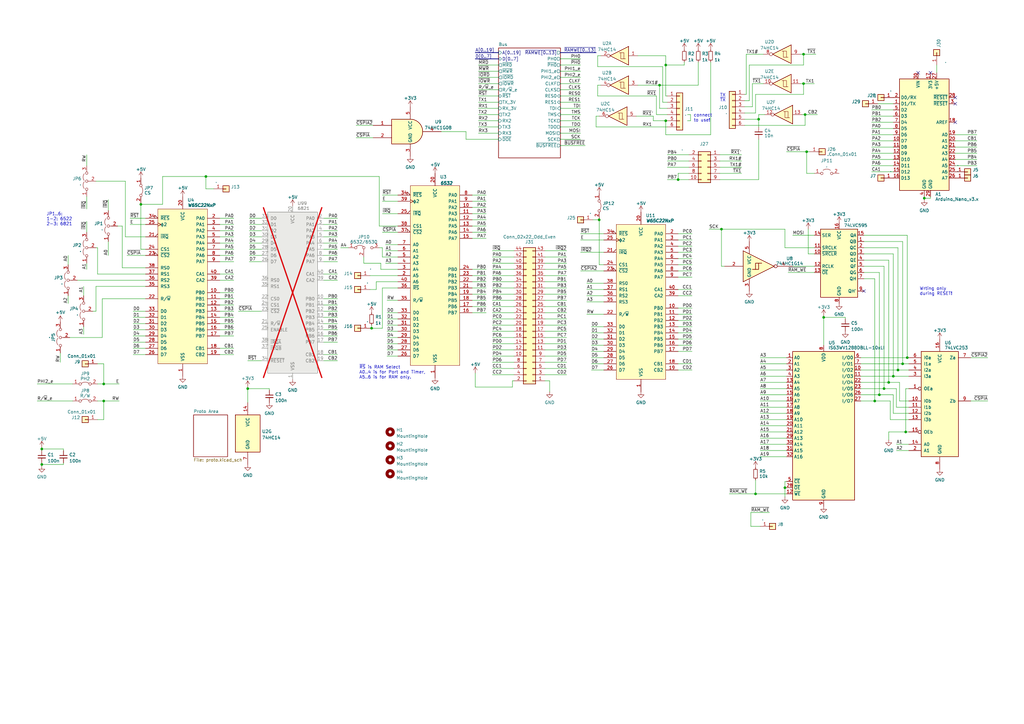
<source format=kicad_sch>
(kicad_sch (version 20230121) (generator eeschema)
  (paper "A3")
  (title_block (title "Unicomp v2 - MOS Multi Parallel Board") (date "2023-07-06") (rev "v1.1") (company "100% Offner") (comment 1 "v1: Initial") (comment 2 "v1.1: ~{DOE} is now ~{CS_ACIA} and ~{CS_ACIA2}, J27-1 is now inverted."))
  (junction (at 329.565 22.225))
  (junction (at 152.4 134.62))
  (junction (at 273.05 26.67))
  (junction (at 372.11 146.685))
  (junction (at 311.15 48.895))
  (junction (at 329.565 34.29))
  (junction (at 101.6 159.385))
  (junction (at 245.745 90.17))
  (junction (at 337.82 130.175))
  (junction (at 370.205 149.225))
  (junction (at 371.475 177.165))
  (junction (at 368.3 151.765))
  (junction (at 42.545 157.48))
  (junction (at 362.585 159.385))
  (junction (at 42.545 164.465))
  (junction (at 360.68 161.925))
  (junction (at 278.13 73.66))
  (junction (at 17.145 184.15))
  (junction (at 273.05 49.53))
  (junction (at 364.49 156.845))
  (junction (at 321.945 200.025))
  (junction (at 57.785 83.82))
  (junction (at 358.775 164.465))
  (junction (at 270.51 34.925))
  (junction (at 309.88 202.565))
  (junction (at 366.395 154.305))
  (junction (at 330.2 46.99))
  (junction (at 17.145 190.5))
  (junction (at 84.455 72.39))
  (junction (at 295.91 93.98))
  (junction (at 379.095 81.28))
  (junction (at 330.835 62.23))
  (no_connect (at 381.635 29.845))
  (no_connect (at 391.795 50.165))
  (no_connect (at 376.555 29.845))
  (no_connect (at 391.795 42.545))
  (no_connect (at 391.795 40.005))
  (no_connect (at 354.33 119.38))
  (wire (pts (xy 331.47 93.98) (xy 331.47 104.14)))
  (wire (pts (xy 353.06 146.685) (xy 372.11 146.685)))
  (wire (pts (xy 132.715 89.535) (xy 138.43 89.535)))
  (wire (pts (xy 357.505 62.865) (xy 366.395 62.865)))
  (wire (pts (xy 194.945 153.035) (xy 194.945 158.75)))
  (wire (pts (xy 158.75 123.19) (xy 163.195 123.19)))
  (wire (pts (xy 35.56 107.95) (xy 35.56 110.49)))
  (wire (pts (xy 26.035 184.15) (xy 26.035 184.785)))
  (wire (pts (xy 245.11 27.305) (xy 245.11 22.86)))
  (wire (pts (xy 334.01 71.12) (xy 330.835 71.12)))
  (wire (pts (xy 139.7 101.6) (xy 142.875 101.6)))
  (wire (pts (xy 309.88 46.355) (xy 309.88 38.735)))
  (wire (pts (xy 278.13 128.905) (xy 283.845 128.905)))
  (wire (pts (xy 196.215 34.29) (xy 204.47 34.29)))
  (wire (pts (xy 278.13 149.225) (xy 283.845 149.225)))
  (wire (pts (xy 311.15 46.99) (xy 311.15 48.895)))
  (wire (pts (xy 155.575 92.71) (xy 155.575 72.39)))
  (wire (pts (xy 295.275 73.66) (xy 311.15 73.66)))
  (wire (pts (xy 53.34 89.535) (xy 59.69 89.535)))
  (wire (pts (xy 84.455 77.47) (xy 84.455 72.39)))
  (wire (pts (xy 223.52 120.65) (xy 232.41 120.65)))
  (wire (pts (xy 229.87 46.99) (xy 238.125 46.99)))
  (wire (pts (xy 51.435 97.155) (xy 59.69 97.155)))
  (wire (pts (xy 278.13 100.965) (xy 283.845 100.965)))
  (bus (pts (xy 229.87 21.59) (xy 244.475 21.59)))
  (wire (pts (xy 391.795 57.785) (xy 400.685 57.785)))
  (wire (pts (xy 223.52 107.95) (xy 232.41 107.95)))
  (wire (pts (xy 311.15 48.895) (xy 305.435 48.895)))
  (wire (pts (xy 240.665 118.745) (xy 247.65 118.745)))
  (wire (pts (xy 158.75 130.81) (xy 163.195 130.81)))
  (wire (pts (xy 311.785 151.765) (xy 322.58 151.765)))
  (wire (pts (xy 337.82 130.175) (xy 337.82 141.605)))
  (wire (pts (xy 281.94 49.53) (xy 283.21 49.53)))
  (wire (pts (xy 273.05 22.86) (xy 273.05 26.67)))
  (wire (pts (xy 353.06 156.845) (xy 364.49 156.845)))
  (wire (pts (xy 278.13 133.985) (xy 283.845 133.985)))
  (wire (pts (xy 372.745 167.005) (xy 367.665 167.005)))
  (wire (pts (xy 201.93 123.19) (xy 210.82 123.19)))
  (wire (pts (xy 102.235 102.235) (xy 107.315 102.235)))
  (wire (pts (xy 280.67 26.67) (xy 273.05 26.67)))
  (wire (pts (xy 156.21 110.49) (xy 156.21 107.95)))
  (wire (pts (xy 398.145 164.465) (xy 405.13 164.465)))
  (wire (pts (xy 366.395 161.925) (xy 366.395 169.545)))
  (wire (pts (xy 27.94 121.285) (xy 27.94 124.46)))
  (wire (pts (xy 295.275 66.04) (xy 304.165 66.04)))
  (wire (pts (xy 193.675 128.27) (xy 199.39 128.27)))
  (wire (pts (xy 223.52 128.27) (xy 232.41 128.27)))
  (wire (pts (xy 52.07 104.775) (xy 59.69 104.775)))
  (wire (pts (xy 372.745 164.465) (xy 368.935 164.465)))
  (wire (pts (xy 201.93 120.65) (xy 210.82 120.65)))
  (wire (pts (xy 311.785 146.685) (xy 322.58 146.685)))
  (wire (pts (xy 132.715 99.695) (xy 138.43 99.695)))
  (wire (pts (xy 372.745 159.385) (xy 371.475 159.385)))
  (wire (pts (xy 193.675 118.11) (xy 199.39 118.11)))
  (wire (pts (xy 242.57 144.145) (xy 247.65 144.145)))
  (wire (pts (xy 66.675 83.82) (xy 57.785 83.82)))
  (wire (pts (xy 330.2 46.99) (xy 328.93 46.99)))
  (wire (pts (xy 372.11 96.52) (xy 372.11 146.685)))
  (wire (pts (xy 261.62 34.925) (xy 270.51 34.925)))
  (wire (pts (xy 223.52 135.89) (xy 232.41 135.89)))
  (wire (pts (xy 357.505 67.945) (xy 366.395 67.945)))
  (wire (pts (xy 391.795 67.945) (xy 400.685 67.945)))
  (wire (pts (xy 158.75 135.89) (xy 163.195 135.89)))
  (wire (pts (xy 283.21 46.99) (xy 283.21 49.53)))
  (wire (pts (xy 357.505 57.785) (xy 366.395 57.785)))
  (wire (pts (xy 201.93 125.73) (xy 210.82 125.73)))
  (wire (pts (xy 54.61 137.795) (xy 59.69 137.795)))
  (wire (pts (xy 229.87 39.37) (xy 238.125 39.37)))
  (wire (pts (xy 379.095 80.645) (xy 379.095 81.28)))
  (wire (pts (xy 17.145 191.135) (xy 17.145 190.5)))
  (wire (pts (xy 295.275 63.5) (xy 304.165 63.5)))
  (wire (pts (xy 273.685 41.91) (xy 271.78 41.91)))
  (wire (pts (xy 54.61 130.175) (xy 59.69 130.175)))
  (wire (pts (xy 201.93 143.51) (xy 210.82 143.51)))
  (wire (pts (xy 306.07 38.735) (xy 305.435 38.735)))
  (wire (pts (xy 17.145 190.5) (xy 26.035 190.5)))
  (wire (pts (xy 330.2 46.99) (xy 335.28 46.99)))
  (wire (pts (xy 368.3 151.765) (xy 372.745 151.765)))
  (wire (pts (xy 354.33 109.22) (xy 362.585 109.22)))
  (wire (pts (xy 223.52 123.19) (xy 232.41 123.19)))
  (wire (pts (xy 307.34 26.67) (xy 329.565 26.67)))
  (wire (pts (xy 223.52 110.49) (xy 232.41 110.49)))
  (wire (pts (xy 357.505 47.625) (xy 366.395 47.625)))
  (wire (pts (xy 353.06 149.225) (xy 370.205 149.225)))
  (wire (pts (xy 39.37 101.6) (xy 40.005 101.6)))
  (wire (pts (xy 132.715 145.415) (xy 138.43 145.415)))
  (wire (pts (xy 278.13 131.445) (xy 283.845 131.445)))
  (wire (pts (xy 193.675 110.49) (xy 199.39 110.49)))
  (wire (pts (xy 278.13 108.585) (xy 283.845 108.585)))
  (wire (pts (xy 158.115 100.33) (xy 163.195 100.33)))
  (wire (pts (xy 295.91 93.98) (xy 295.91 109.22)))
  (wire (pts (xy 229.87 24.13) (xy 238.125 24.13)))
  (wire (pts (xy 267.97 49.53) (xy 273.05 49.53)))
  (wire (pts (xy 278.13 139.065) (xy 283.845 139.065)))
  (wire (pts (xy 278.13 103.505) (xy 283.845 103.505)))
  (wire (pts (xy 379.095 81.28) (xy 381.635 81.28)))
  (wire (pts (xy 40.005 172.085) (xy 42.545 172.085)))
  (wire (pts (xy 323.215 111.76) (xy 334.01 111.76)))
  (wire (pts (xy 372.745 172.085) (xy 365.125 172.085)))
  (wire (pts (xy 229.87 31.75) (xy 238.125 31.75)))
  (wire (pts (xy 132.715 140.335) (xy 138.43 140.335)))
  (wire (pts (xy 84.455 72.39) (xy 66.675 72.39)))
  (wire (pts (xy 372.11 146.685) (xy 372.745 146.685)))
  (wire (pts (xy 90.17 130.175) (xy 95.885 130.175)))
  (wire (pts (xy 278.13 113.665) (xy 283.845 113.665)))
  (wire (pts (xy 353.06 151.765) (xy 368.3 151.765)))
  (wire (pts (xy 360.68 161.925) (xy 366.395 161.925)))
  (wire (pts (xy 245.745 89.535) (xy 245.745 90.17)))
  (wire (pts (xy 158.115 107.95) (xy 163.195 107.95)))
  (wire (pts (xy 313.055 22.225) (xy 306.07 22.225)))
  (wire (pts (xy 370.205 149.225) (xy 372.745 149.225)))
  (wire (pts (xy 196.215 49.53) (xy 204.47 49.53)))
  (wire (pts (xy 39.37 127.635) (xy 39.37 117.475)))
  (wire (pts (xy 311.785 149.225) (xy 322.58 149.225)))
  (wire (pts (xy 156.845 105.41) (xy 156.845 101.6)))
  (wire (pts (xy 102.235 97.155) (xy 107.315 97.155)))
  (wire (pts (xy 51.435 97.155) (xy 51.435 74.295)))
  (wire (pts (xy 210.185 156.21) (xy 210.82 156.21)))
  (wire (pts (xy 321.945 93.98) (xy 295.91 93.98)))
  (wire (pts (xy 97.79 127.635) (xy 107.315 127.635)))
  (wire (pts (xy 273.685 52.07) (xy 244.475 52.07)))
  (wire (pts (xy 201.93 140.97) (xy 210.82 140.97)))
  (wire (pts (xy 229.87 54.61) (xy 238.125 54.61)))
  (wire (pts (xy 191.135 57.15) (xy 204.47 57.15)))
  (wire (pts (xy 360.045 42.545) (xy 366.395 42.545)))
  (wire (pts (xy 158.75 143.51) (xy 163.195 143.51)))
  (wire (pts (xy 152.4 134.62) (xy 156.845 134.62)))
  (wire (pts (xy 35.56 63.5) (xy 35.56 67.945)))
  (wire (pts (xy 90.17 135.255) (xy 95.885 135.255)))
  (wire (pts (xy 311.785 156.845) (xy 322.58 156.845)))
  (wire (pts (xy 193.675 113.03) (xy 199.39 113.03)))
  (wire (pts (xy 238.125 103.505) (xy 247.65 103.505)))
  (wire (pts (xy 132.715 130.175) (xy 138.43 130.175)))
  (wire (pts (xy 132.715 127.635) (xy 138.43 127.635)))
  (wire (pts (xy 201.93 153.67) (xy 210.82 153.67)))
  (wire (pts (xy 102.235 107.315) (xy 107.315 107.315)))
  (wire (pts (xy 90.17 94.615) (xy 95.885 94.615)))
  (wire (pts (xy 54.61 127.635) (xy 59.69 127.635)))
  (wire (pts (xy 308.61 43.815) (xy 305.435 43.815)))
  (wire (pts (xy 306.07 22.225) (xy 306.07 38.735)))
  (wire (pts (xy 353.06 161.925) (xy 360.68 161.925)))
  (wire (pts (xy 271.78 41.91) (xy 271.78 27.305)))
  (wire (pts (xy 278.13 126.365) (xy 283.845 126.365)))
  (wire (pts (xy 309.88 38.735) (xy 329.565 38.735)))
  (wire (pts (xy 193.675 125.73) (xy 199.39 125.73)))
  (wire (pts (xy 245.745 108.585) (xy 245.745 90.17)))
  (wire (pts (xy 278.13 95.885) (xy 283.845 95.885)))
  (wire (pts (xy 102.235 99.695) (xy 107.315 99.695)))
  (wire (pts (xy 329.565 34.29) (xy 334.01 34.29)))
  (wire (pts (xy 311.15 73.66) (xy 311.15 57.15)))
  (wire (pts (xy 156.845 118.11) (xy 156.845 134.62)))
  (wire (pts (xy 223.52 143.51) (xy 232.41 143.51)))
  (wire (pts (xy 196.215 44.45) (xy 204.47 44.45)))
  (wire (pts (xy 269.24 39.37) (xy 245.11 39.37)))
  (wire (pts (xy 40.005 101.6) (xy 40.005 112.395)))
  (wire (pts (xy 201.93 135.89) (xy 210.82 135.89)))
  (wire (pts (xy 193.675 87.63) (xy 199.39 87.63)))
  (wire (pts (xy 358.775 164.465) (xy 365.125 164.465)))
  (wire (pts (xy 260.985 47.625) (xy 267.97 47.625)))
  (wire (pts (xy 311.785 161.925) (xy 322.58 161.925)))
  (wire (pts (xy 305.435 46.355) (xy 309.88 46.355)))
  (wire (pts (xy 311.785 174.625) (xy 322.58 174.625)))
  (wire (pts (xy 196.215 54.61) (xy 204.47 54.61)))
  (wire (pts (xy 242.57 133.985) (xy 247.65 133.985)))
  (wire (pts (xy 278.13 136.525) (xy 283.845 136.525)))
  (wire (pts (xy 201.93 115.57) (xy 210.82 115.57)))
  (wire (pts (xy 311.785 169.545) (xy 322.58 169.545)))
  (wire (pts (xy 50.165 109.855) (xy 59.69 109.855)))
  (wire (pts (xy 278.13 71.12) (xy 278.13 73.66)))
  (wire (pts (xy 245.11 22.86) (xy 246.38 22.86)))
  (wire (pts (xy 307.975 215.9) (xy 307.975 210.185)))
  (wire (pts (xy 193.675 80.01) (xy 199.39 80.01)))
  (wire (pts (xy 17.145 183.515) (xy 17.145 184.15)))
  (wire (pts (xy 311.15 48.895) (xy 311.15 52.07)))
  (wire (pts (xy 54.61 140.335) (xy 59.69 140.335)))
  (wire (pts (xy 132.715 122.555) (xy 138.43 122.555)))
  (wire (pts (xy 90.17 122.555) (xy 95.885 122.555)))
  (wire (pts (xy 102.235 89.535) (xy 107.315 89.535)))
  (wire (pts (xy 307.34 41.275) (xy 307.34 26.67)))
  (wire (pts (xy 286.385 34.925) (xy 270.51 34.925)))
  (wire (pts (xy 156.845 82.55) (xy 163.195 82.55)))
  (wire (pts (xy 151.765 118.745) (xy 154.305 118.745)))
  (wire (pts (xy 360.68 111.76) (xy 360.68 161.925)))
  (wire (pts (xy 273.05 39.37) (xy 273.685 39.37)))
  (wire (pts (xy 270.51 34.925) (xy 270.51 44.45)))
  (wire (pts (xy 193.675 115.57) (xy 199.39 115.57)))
  (wire (pts (xy 367.665 167.005) (xy 367.665 159.385)))
  (wire (pts (xy 337.82 129.54) (xy 337.82 130.175)))
  (wire (pts (xy 90.17 102.235) (xy 95.885 102.235)))
  (wire (pts (xy 149.225 107.95) (xy 149.225 105.41)))
  (wire (pts (xy 311.785 187.325) (xy 322.58 187.325)))
  (wire (pts (xy 308.61 34.29) (xy 308.61 43.815)))
  (wire (pts (xy 371.475 159.385) (xy 371.475 177.165)))
  (wire (pts (xy 278.13 144.145) (xy 283.845 144.145)))
  (wire (pts (xy 329.565 22.225) (xy 328.295 22.225)))
  (wire (pts (xy 240.665 116.205) (xy 247.65 116.205)))
  (wire (pts (xy 50.165 92.71) (xy 48.26 92.71)))
  (wire (pts (xy 156.845 80.01) (xy 163.195 80.01)))
  (wire (pts (xy 311.785 184.785) (xy 322.58 184.785)))
  (wire (pts (xy 311.785 172.085) (xy 322.58 172.085)))
  (wire (pts (xy 196.215 36.83) (xy 204.47 36.83)))
  (wire (pts (xy 156.845 95.25) (xy 163.195 95.25)))
  (wire (pts (xy 158.75 140.97) (xy 163.195 140.97)))
  (wire (pts (xy 90.17 120.015) (xy 95.885 120.015)))
  (wire (pts (xy 223.52 133.35) (xy 232.41 133.35)))
  (wire (pts (xy 201.93 133.35) (xy 210.82 133.35)))
  (wire (pts (xy 229.87 29.21) (xy 238.125 29.21)))
  (wire (pts (xy 132.715 92.075) (xy 138.43 92.075)))
  (wire (pts (xy 365.125 172.085) (xy 365.125 164.465)))
  (wire (pts (xy 201.93 107.95) (xy 210.82 107.95)))
  (wire (pts (xy 391.795 55.245) (xy 400.685 55.245)))
  (wire (pts (xy 44.45 99.06) (xy 44.45 104.775)))
  (wire (pts (xy 158.75 138.43) (xy 163.195 138.43)))
  (wire (pts (xy 304.165 68.58) (xy 295.275 68.58)))
  (wire (pts (xy 297.18 109.22) (xy 295.91 109.22)))
  (bus (pts (xy 204.47 21.59) (xy 194.945 21.59)))
  (wire (pts (xy 90.17 132.715) (xy 95.885 132.715)))
  (wire (pts (xy 242.57 141.605) (xy 247.65 141.605)))
  (wire (pts (xy 156.845 118.11) (xy 163.195 118.11)))
  (wire (pts (xy 156.845 87.63) (xy 163.195 87.63)))
  (wire (pts (xy 321.945 200.025) (xy 321.945 203.835)))
  (wire (pts (xy 330.835 71.12) (xy 330.835 62.23)))
  (wire (pts (xy 242.57 136.525) (xy 247.65 136.525)))
  (wire (pts (xy 242.57 151.765) (xy 247.65 151.765)))
  (wire (pts (xy 370.205 99.06) (xy 370.205 149.225)))
  (wire (pts (xy 54.61 142.875) (xy 59.69 142.875)))
  (wire (pts (xy 90.17 125.095) (xy 95.885 125.095)))
  (wire (pts (xy 201.93 130.81) (xy 210.82 130.81)))
  (wire (pts (xy 364.49 156.845) (xy 368.935 156.845)))
  (wire (pts (xy 282.575 71.12) (xy 278.13 71.12)))
  (wire (pts (xy 50.165 109.855) (xy 50.165 92.71)))
  (wire (pts (xy 354.33 114.3) (xy 358.775 114.3)))
  (wire (pts (xy 223.52 138.43) (xy 232.41 138.43)))
  (wire (pts (xy 201.93 148.59) (xy 210.82 148.59)))
  (wire (pts (xy 291.465 55.245) (xy 273.05 55.245)))
  (wire (pts (xy 28.575 138.43) (xy 41.91 138.43)))
  (wire (pts (xy 278.13 111.125) (xy 283.845 111.125)))
  (wire (pts (xy 309.88 202.565) (xy 322.58 202.565)))
  (wire (pts (xy 358.775 114.3) (xy 358.775 164.465)))
  (wire (pts (xy 311.785 167.005) (xy 322.58 167.005)))
  (wire (pts (xy 240.665 128.905) (xy 247.65 128.905)))
  (wire (pts (xy 229.87 52.07) (xy 238.125 52.07)))
  (wire (pts (xy 223.52 140.97) (xy 232.41 140.97)))
  (wire (pts (xy 245.11 39.37) (xy 245.11 34.925)))
  (wire (pts (xy 153.035 56.515) (xy 146.05 56.515)))
  (wire (pts (xy 244.475 52.07) (xy 244.475 47.625)))
  (wire (pts (xy 330.2 51.435) (xy 330.2 46.99)))
  (wire (pts (xy 309.88 196.85) (xy 309.88 202.565)))
  (wire (pts (xy 54.61 145.415) (xy 59.69 145.415)))
  (wire (pts (xy 24.765 144.78) (xy 24.765 148.59)))
  (wire (pts (xy 223.52 148.59) (xy 232.41 148.59)))
  (wire (pts (xy 229.87 36.83) (xy 238.125 36.83)))
  (wire (pts (xy 90.17 114.935) (xy 95.885 114.935)))
  (wire (pts (xy 156.845 101.6) (xy 155.575 101.6)))
  (wire (pts (xy 354.33 111.76) (xy 360.68 111.76)))
  (wire (pts (xy 223.52 102.87) (xy 232.41 102.87)))
  (wire (pts (xy 354.33 104.14) (xy 366.395 104.14)))
  (wire (pts (xy 371.475 177.165) (xy 372.745 177.165)))
  (wire (pts (xy 240.665 121.285) (xy 247.65 121.285)))
  (wire (pts (xy 366.395 169.545) (xy 372.745 169.545)))
  (wire (pts (xy 311.785 215.9) (xy 307.975 215.9)))
  (wire (pts (xy 357.505 60.325) (xy 366.395 60.325)))
  (wire (pts (xy 90.17 145.415) (xy 95.885 145.415)))
  (wire (pts (xy 364.49 177.165) (xy 371.475 177.165)))
  (wire (pts (xy 196.215 39.37) (xy 204.47 39.37)))
  (wire (pts (xy 132.715 137.795) (xy 138.43 137.795)))
  (wire (pts (xy 42.545 172.085) (xy 42.545 164.465)))
  (wire (pts (xy 90.17 112.395) (xy 95.885 112.395)))
  (wire (pts (xy 42.545 157.48) (xy 40.005 157.48)))
  (wire (pts (xy 54.61 132.715) (xy 59.69 132.715)))
  (wire (pts (xy 101.6 158.75) (xy 101.6 159.385)))
  (wire (pts (xy 384.175 26.67) (xy 384.175 29.845)))
  (wire (pts (xy 229.87 44.45) (xy 238.125 44.45)))
  (wire (pts (xy 321.945 101.6) (xy 334.01 101.6)))
  (wire (pts (xy 364.49 177.165) (xy 364.49 180.34)))
  (wire (pts (xy 313.055 34.29) (xy 308.61 34.29)))
  (wire (pts (xy 311.785 177.165) (xy 322.58 177.165)))
  (wire (pts (xy 132.715 97.155) (xy 138.43 97.155)))
  (wire (pts (xy 321.945 93.98) (xy 321.945 101.6)))
  (wire (pts (xy 201.93 151.13) (xy 210.82 151.13)))
  (wire (pts (xy 193.675 85.09) (xy 199.39 85.09)))
  (wire (pts (xy 223.52 146.05) (xy 232.41 146.05)))
  (wire (pts (xy 367.665 182.245) (xy 372.745 182.245)))
  (wire (pts (xy 223.52 113.03) (xy 232.41 113.03)))
  (wire (pts (xy 193.675 92.71) (xy 199.39 92.71)))
  (wire (pts (xy 362.585 109.22) (xy 362.585 159.385)))
  (wire (pts (xy 305.435 41.275) (xy 307.34 41.275)))
  (wire (pts (xy 311.785 179.705) (xy 322.58 179.705)))
  (wire (pts (xy 278.13 118.745) (xy 283.845 118.745)))
  (wire (pts (xy 40.005 112.395) (xy 59.69 112.395)))
  (wire (pts (xy 180.975 53.975) (xy 191.135 53.975)))
  (wire (pts (xy 26.035 189.865) (xy 26.035 190.5)))
  (wire (pts (xy 31.75 114.935) (xy 59.69 114.935)))
  (wire (pts (xy 44.45 81.915) (xy 44.45 86.36)))
  (wire (pts (xy 229.87 57.15) (xy 238.125 57.15)))
  (wire (pts (xy 201.93 113.03) (xy 210.82 113.03)))
  (wire (pts (xy 90.17 104.775) (xy 95.885 104.775)))
  (wire (pts (xy 357.505 65.405) (xy 366.395 65.405)))
  (wire (pts (xy 193.675 97.79) (xy 199.39 97.79)))
  (wire (pts (xy 42.545 164.465) (xy 48.895 164.465)))
  (wire (pts (xy 269.24 46.99) (xy 269.24 39.37)))
  (wire (pts (xy 132.715 94.615) (xy 138.43 94.615)))
  (wire (pts (xy 242.57 146.685) (xy 247.65 146.685)))
  (wire (pts (xy 273.05 26.67) (xy 273.05 39.37)))
  (wire (pts (xy 196.215 31.75) (xy 204.47 31.75)))
  (wire (pts (xy 201.93 138.43) (xy 210.82 138.43)))
  (wire (pts (xy 27.94 104.775) (xy 27.94 108.585)))
  (wire (pts (xy 290.83 93.98) (xy 295.91 93.98)))
  (wire (pts (xy 42.545 157.48) (xy 48.895 157.48)))
  (wire (pts (xy 398.145 146.685) (xy 405.13 146.685)))
  (wire (pts (xy 286.385 25.4) (xy 286.385 34.925)))
  (wire (pts (xy 41.91 122.555) (xy 59.69 122.555)))
  (wire (pts (xy 223.52 118.11) (xy 232.41 118.11)))
  (wire (pts (xy 322.58 62.23) (xy 330.835 62.23)))
  (wire (pts (xy 366.395 104.14) (xy 366.395 154.305)))
  (wire (pts (xy 353.06 154.305) (xy 366.395 154.305)))
  (wire (pts (xy 223.52 153.67) (xy 232.41 153.67)))
  (wire (pts (xy 158.75 146.05) (xy 163.195 146.05)))
  (wire (pts (xy 34.29 133.985) (xy 34.29 137.16)))
  (wire (pts (xy 229.87 41.91) (xy 238.125 41.91)))
  (wire (pts (xy 54.61 135.255) (xy 59.69 135.255)))
  (wire (pts (xy 196.215 46.99) (xy 204.47 46.99)))
  (wire (pts (xy 261.62 22.86) (xy 273.05 22.86)))
  (wire (pts (xy 357.505 52.705) (xy 366.395 52.705)))
  (wire (pts (xy 102.235 92.075) (xy 107.315 92.075)))
  (wire (pts (xy 247.65 108.585) (xy 245.745 108.585)))
  (wire (pts (xy 325.12 96.52) (xy 334.01 96.52)))
  (wire (pts (xy 90.17 99.695) (xy 95.885 99.695)))
  (wire (pts (xy 368.935 164.465) (xy 368.935 156.845)))
  (wire (pts (xy 346.71 130.175) (xy 346.71 130.81)))
  (wire (pts (xy 278.13 141.605) (xy 283.845 141.605)))
  (wire (pts (xy 42.545 164.465) (xy 40.005 164.465)))
  (wire (pts (xy 196.215 41.91) (xy 204.47 41.91)))
  (wire (pts (xy 278.13 73.66) (xy 282.575 73.66)))
  (wire (pts (xy 223.52 151.13) (xy 232.41 151.13)))
  (wire (pts (xy 379.095 81.28) (xy 379.095 81.915)))
  (wire (pts (xy 243.205 90.17) (xy 245.745 90.17)))
  (wire (pts (xy 17.145 184.15) (xy 17.145 184.785)))
  (wire (pts (xy 273.05 49.53) (xy 273.685 49.53)))
  (wire (pts (xy 273.05 55.245) (xy 273.05 49.53)))
  (wire (pts (xy 151.765 113.03) (xy 163.195 113.03)))
  (wire (pts (xy 154.305 115.57) (xy 163.195 115.57)))
  (wire (pts (xy 238.125 111.125) (xy 247.65 111.125)))
  (wire (pts (xy 273.685 63.5) (xy 282.575 63.5)))
  (wire (pts (xy 357.505 70.485) (xy 366.395 70.485)))
  (wire (pts (xy 229.87 59.69) (xy 240.03 59.69)))
  (wire (pts (xy 238.125 98.425) (xy 247.65 98.425)))
  (wire (pts (xy 90.17 142.875) (xy 95.885 142.875)))
  (wire (pts (xy 196.215 26.67) (xy 204.47 26.67)))
  (wire (pts (xy 307.975 210.185) (xy 315.595 210.185)))
  (wire (pts (xy 156.21 110.49) (xy 163.195 110.49)))
  (wire (pts (xy 201.93 102.87) (xy 210.82 102.87)))
  (wire (pts (xy 132.715 147.955) (xy 138.43 147.955)))
  (wire (pts (xy 132.715 112.395) (xy 138.43 112.395)))
  (wire (pts (xy 196.215 29.21) (xy 204.47 29.21)))
  (wire (pts (xy 41.91 122.555) (xy 41.91 138.43)))
  (wire (pts (xy 42.545 149.225) (xy 42.545 157.48)))
  (wire (pts (xy 101.6 159.385) (xy 101.6 165.1)))
  (wire (pts (xy 132.715 104.775) (xy 138.43 104.775)))
  (wire (pts (xy 305.435 51.435) (xy 330.2 51.435)))
  (wire (pts (xy 193.675 120.65) (xy 199.39 120.65)))
  (wire (pts (xy 311.785 159.385) (xy 322.58 159.385)))
  (wire (pts (xy 273.685 73.66) (xy 278.13 73.66)))
  (wire (pts (xy 201.93 105.41) (xy 210.82 105.41)))
  (wire (pts (xy 271.78 27.305) (xy 245.11 27.305)))
  (wire (pts (xy 357.505 45.085) (xy 366.395 45.085)))
  (wire (pts (xy 210.185 156.21) (xy 210.185 158.75)))
  (wire (pts (xy 155.575 92.71) (xy 163.195 92.71)))
  (wire (pts (xy 132.715 135.255) (xy 138.43 135.255)))
  (wire (pts (xy 321.945 200.025) (xy 322.58 200.025)))
  (wire (pts (xy 132.715 114.935) (xy 138.43 114.935)))
  (wire (pts (xy 102.235 104.775) (xy 107.315 104.775)))
  (wire (pts (xy 57.785 83.185) (xy 57.785 83.82)))
  (wire (pts (xy 311.785 182.245) (xy 322.58 182.245)))
  (wire (pts (xy 278.13 151.765) (xy 283.845 151.765)))
  (wire (pts (xy 223.52 130.81) (xy 232.41 130.81)))
  (wire (pts (xy 84.455 72.39) (xy 155.575 72.39)))
  (wire (pts (xy 151.765 134.62) (xy 152.4 134.62)))
  (wire (pts (xy 153.035 51.435) (xy 146.05 51.435)))
  (wire (pts (xy 53.34 92.075) (xy 59.69 92.075)))
  (wire (pts (xy 154.305 118.745) (xy 154.305 115.57)))
  (wire (pts (xy 152.4 133.35) (xy 152.4 134.62)))
  (wire (pts (xy 156.845 105.41) (xy 163.195 105.41)))
  (wire (pts (xy 90.17 137.795) (xy 95.885 137.795)))
  (wire (pts (xy 311.785 164.465) (xy 322.58 164.465)))
  (wire (pts (xy 223.52 115.57) (xy 232.41 115.57)))
  (wire (pts (xy 321.945 197.485) (xy 321.945 200.025)))
  (wire (pts (xy 267.97 47.625) (xy 267.97 49.53)))
  (wire (pts (xy 15.24 164.465) (xy 29.845 164.465)))
  (wire (pts (xy 90.17 92.075) (xy 95.885 92.075)))
  (wire (pts (xy 381.635 81.28) (xy 381.635 80.645)))
  (wire (pts (xy 110.49 159.385) (xy 110.49 160.02)))
  (wire (pts (xy 90.17 97.155) (xy 95.885 97.155)))
  (wire (pts (xy 40.005 149.225) (xy 42.545 149.225)))
  (wire (pts (xy 280.67 25.4) (xy 280.67 26.67)))
  (wire (pts (xy 90.17 107.315) (xy 95.885 107.315)))
  (wire (pts (xy 291.465 25.4) (xy 291.465 55.245)))
  (wire (pts (xy 311.785 154.305) (xy 322.58 154.305)))
  (wire (pts (xy 201.93 146.05) (xy 210.82 146.05)))
  (wire (pts (xy 238.125 95.885) (xy 247.65 95.885)))
  (wire (pts (xy 353.06 164.465) (xy 358.775 164.465)))
  (wire (pts (xy 367.665 184.785) (xy 372.745 184.785)))
  (wire (pts (xy 273.685 68.58) (xy 282.575 68.58)))
  (wire (pts (xy 330.835 62.23) (xy 332.105 62.23)))
  (wire (pts (xy 313.69 46.99) (xy 311.15 46.99)))
  (wire (pts (xy 295.275 71.12) (xy 304.165 71.12)))
  (wire (pts (xy 242.57 139.065) (xy 247.65 139.065)))
  (wire (pts (xy 331.47 104.14) (xy 334.01 104.14)))
  (wire (pts (xy 194.945 158.75) (xy 210.185 158.75)))
  (wire (pts (xy 273.685 46.99) (xy 269.24 46.99)))
  (wire (pts (xy 59.69 102.235) (xy 57.785 102.235)))
  (wire (pts (xy 245.11 34.925) (xy 246.38 34.925)))
  (wire (pts (xy 391.795 65.405) (xy 400.685 65.405)))
  (wire (pts (xy 357.505 50.165) (xy 366.395 50.165)))
  (wire (pts (xy 193.675 123.19) (xy 199.39 123.19)))
  (wire (pts (xy 229.87 26.67) (xy 238.125 26.67)))
  (wire (pts (xy 225.425 156.21) (xy 225.425 160.655)))
  (wire (pts (xy 273.685 66.04) (xy 282.575 66.04)))
  (wire (pts (xy 101.6 159.385) (xy 110.49 159.385)))
  (wire (pts (xy 101.6 147.955) (xy 107.315 147.955)))
  (wire (pts (xy 278.13 121.285) (xy 283.845 121.285)))
  (bus (pts (xy 204.47 24.13) (xy 194.945 24.13)))
  (wire (pts (xy 102.235 94.615) (xy 107.315 94.615)))
  (wire (pts (xy 299.085 202.565) (xy 309.88 202.565)))
  (wire (pts (xy 38.1 127.635) (xy 39.37 127.635)))
  (wire (pts (xy 201.93 110.49) (xy 210.82 110.49)))
  (wire (pts (xy 366.395 154.305) (xy 372.745 154.305)))
  (wire (pts (xy 354.33 101.6) (xy 368.3 101.6)))
  (wire (pts (xy 156.21 107.95) (xy 149.225 107.95)))
  (wire (pts (xy 223.52 156.21) (xy 225.425 156.21)))
  (wire (pts (xy 281.94 46.99) (xy 283.21 46.99)))
  (wire (pts (xy 132.715 102.235) (xy 138.43 102.235)))
  (wire (pts (xy 337.82 130.175) (xy 346.71 130.175)))
  (wire (pts (xy 90.17 89.535) (xy 95.885 89.535)))
  (wire (pts (xy 87.63 77.47) (xy 84.455 77.47)))
  (wire (pts (xy 240.665 123.825) (xy 247.65 123.825)))
  (wire (pts (xy 201.93 128.27) (xy 210.82 128.27)))
  (wire (pts (xy 229.87 49.53) (xy 238.125 49.53)))
  (wire (pts (xy 364.49 106.68) (xy 364.49 156.845)))
  (wire (pts (xy 34.29 117.475) (xy 34.29 121.285)))
  (wire (pts (xy 229.87 34.29) (xy 238.125 34.29)))
  (wire (pts (xy 329.565 34.29) (xy 328.295 34.29)))
  (wire (pts (xy 17.145 190.5) (xy 17.145 189.865)))
  (wire (pts (xy 368.3 101.6) (xy 368.3 151.765)))
  (wire (pts (xy 191.135 53.975) (xy 191.135 57.15)))
  (wire (pts (xy 362.585 159.385) (xy 367.665 159.385)))
  (wire (pts (xy 353.06 159.385) (xy 362.585 159.385)))
  (wire (pts (xy 17.145 184.15) (xy 26.035 184.15)))
  (wire (pts (xy 391.795 62.865) (xy 400.685 62.865)))
  (wire (pts (xy 51.435 74.295) (xy 39.37 74.295)))
  (wire (pts (xy 223.52 105.41) (xy 232.41 105.41)))
  (wire (pts (xy 354.33 106.68) (xy 364.49 106.68)))
  (wire (pts (xy 354.33 99.06) (xy 370.205 99.06)))
  (wire (pts (xy 223.52 125.73) (xy 232.41 125.73)))
  (wire (pts (xy 193.675 90.17) (xy 199.39 90.17)))
  (wire (pts (xy 158.75 133.35) (xy 163.195 133.35)))
  (wire (pts (xy 391.795 60.325) (xy 400.685 60.325)))
  (wire (pts (xy 329.565 38.735) (xy 329.565 34.29)))
  (wire (pts (xy 196.215 52.07) (xy 204.47 52.07)))
  (wire (pts (xy 39.37 117.475) (xy 59.69 117.475)))
  (wire (pts (xy 132.715 125.095) (xy 138.43 125.095)))
  (wire (pts (xy 244.475 47.625) (xy 245.745 47.625)))
  (wire (pts (xy 201.93 118.11) (xy 210.82 118.11)))
  (wire (pts (xy 354.33 96.52) (xy 372.11 96.52)))
  (wire (pts (xy 193.675 95.25) (xy 199.39 95.25)))
  (wire (pts (xy 242.57 149.225) (xy 247.65 149.225)))
  (wire (pts (xy 132.715 132.715) (xy 138.43 132.715)))
  (wire (pts (xy 57.785 102.235) (xy 57.785 83.82)))
  (wire (pts (xy 132.715 107.315) (xy 138.43 107.315)))
  (wire (pts (xy 278.13 98.425) (xy 283.845 98.425)))
  (wire (pts (xy 66.675 72.39) (xy 66.675 83.82)))
  (wire (pts (xy 193.675 82.55) (xy 199.39 82.55)))
  (wire (pts (xy 15.24 157.48) (xy 29.845 157.48)))
  (wire (pts (xy 329.565 22.225) (xy 334.645 22.225)))
  (wire (pts (xy 325.12 109.22) (xy 334.01 109.22)))
  (wire (pts (xy 158.115 102.87) (xy 163.195 102.87)))
  (wire (pts (xy 35.56 90.805) (xy 35.56 95.25)))
  (wire (pts (xy 278.13 106.045) (xy 283.845 106.045)))
  (wire (pts (xy 270.51 44.45) (xy 273.685 44.45)))
  (wire (pts (xy 357.505 55.245) (xy 366.395 55.245)))
  (wire (pts (xy 35.56 80.645) (xy 35.56 85.725)))
  (wire (pts (xy 90.17 127.635) (xy 95.885 127.635)))
  (wire (pts (xy 321.945 197.485) (xy 322.58 197.485)))
  (wire (pts (xy 329.565 26.67) (xy 329.565 22.225)))
  (wire (pts (xy 158.75 128.27) (xy 163.195 128.27)))
  (text "Wrting only\nduring RESET!" (at 377.19 121.285 0) (effects (font (size 1.27 1.27)) (justify left bottom)))
  (text "connect\nto use!" (at 284.48 50.165 0) (effects (font (size 1.27 1.27)) (justify left bottom)))
  (text "~{RS} is RAM Select\nA0..4 is for Port and Timer,\nA5..6 is for RAM only." (at 147.32 155.575 0) (effects (font (size 1.27 1.27)) (justify left bottom)))
  (text "JP1..6:\n1-2: 6522\n2-3: 6821" (at 19.05 92.71 0) (effects (font (size 1.27 1.27)) (justify left bottom)))
  (text "TX\n~{TX}" (at 295.275 41.91 0) (effects (font (size 1.27 1.27)) (justify left bottom)))
  (label "PB7" (at 232.41 123.19 180))
  (label "~{RAMWE[0..13]}" (at 244.475 21.59 180))
  (label "D6" (at 242.57 149.225 0))
  (label "~{IOWR}" (at 196.215 34.29 0))
  (label "~{CSPIA}" (at 52.07 104.775 0))
  (label "CC1" (at 283.845 118.745 180))
  (label "PD0" (at 201.93 140.97 0))
  (label "PA4" (at 95.885 99.695 180))
  (label "TX1#" (at 306.07 22.225 0))
  (label "RW" (at 48.895 164.465 180))
  (label "~{TX1}" (at 334.645 22.225 180))
  (label "PA6" (at 95.885 104.775 180))
  (label "PA0" (at 357.505 52.705 0))
  (label "PA3" (at 138.43 97.155 180))
  (label "PB4" (at 400.685 65.405 180))
  (label "PA5" (at 232.41 110.49 180))
  (label "D6" (at 158.75 143.51 0))
  (label "PA3" (at 357.505 60.325 0))
  (label "PD0" (at 283.845 126.365 180))
  (label "PB7" (at 95.885 137.795 180))
  (label "SCK" (at 290.83 93.98 0))
  (label "PA3" (at 199.39 87.63 180))
  (label "CB1" (at 138.43 145.415 180))
  (label "~{RAM_WE}" (at 299.085 202.565 0))
  (label "~{RST}" (at 238.125 95.885 0))
  (label "PB0" (at 138.43 122.555 180))
  (label "A4" (at 139.7 101.6 0))
  (label "PB7" (at 273.685 73.66 0))
  (label "RW" (at 24.765 148.59 90))
  (label "PB4" (at 138.43 132.715 180))
  (label "PC1" (at 283.845 98.425 180))
  (label "D6" (at 54.61 142.875 0))
  (label "PB4" (at 199.39 120.65 180))
  (label "PD6" (at 201.93 148.59 0))
  (label "PHI2_e" (at 238.125 31.75 180))
  (label "PC3" (at 232.41 133.35 180))
  (label "~{RST}" (at 101.6 147.955 0))
  (label "D0" (at 102.235 89.535 0))
  (label "PB4" (at 201.93 120.65 0))
  (label "D7" (at 102.235 107.315 0))
  (label "~{IRQ}" (at 156.845 87.63 0))
  (label "A3" (at 158.115 107.95 0))
  (label "~{TX1}" (at 304.165 71.12 180))
  (label "PD3" (at 283.845 133.985 180))
  (label "PD3" (at 232.41 143.51 180))
  (label "RX1#" (at 269.875 34.925 180))
  (label "D2" (at 102.235 94.615 0))
  (label "PB6" (at 199.39 125.73 180))
  (label "~{BUSFREE}" (at 240.03 59.69 180))
  (label "PD2" (at 201.93 143.51 0))
  (label "D3" (at 54.61 135.255 0))
  (label "PA5" (at 199.39 92.71 180))
  (label "PB7" (at 138.43 140.335 180))
  (label "PB2" (at 138.43 127.635 180))
  (label "PC5" (at 232.41 135.89 180))
  (label "~{RST}" (at 53.34 89.535 0))
  (label "PA2" (at 199.39 85.09 180))
  (label "PH0" (at 238.125 24.13 180))
  (label "A1" (at 367.665 182.245 0))
  (label "PD1" (at 283.845 128.905 180))
  (label "A3" (at 34.29 137.16 90))
  (label "TX2" (at 196.215 46.99 0))
  (label "A4" (at 311.785 149.225 0))
  (label "PB2" (at 357.505 50.165 0))
  (label "TX3" (at 196.215 52.07 0))
  (label "~{IRQ}" (at 35.56 85.725 90))
  (label "~{RX1}'" (at 304.165 63.5 180))
  (label "PB1" (at 357.505 47.625 0))
  (label "CLKS" (at 238.125 36.83 180))
  (label "PD7" (at 232.41 148.59 180))
  (label "D5" (at 158.75 140.97 0))
  (label "SCK" (at 238.125 57.15 180))
  (label "PD5" (at 232.41 146.05 180))
  (label "PB0" (at 95.885 120.015 180))
  (label "A13" (at 311.785 172.085 0))
  (label "A1" (at 240.665 118.745 0))
  (label "D0" (at 158.75 128.27 0))
  (label "PA5" (at 357.505 65.405 0))
  (label "RW" (at 35.56 63.5 270))
  (label "PA6" (at 199.39 95.25 180))
  (label "PB0" (at 357.505 45.085 0))
  (label "~{IRQ}" (at 201.93 102.87 0))
  (label "RX1" (at 263.525 52.07 0))
  (label "A3" (at 311.785 146.685 0))
  (label "PB1" (at 232.41 115.57 180))
  (label "RX1#" (at 304.165 66.04 180))
  (label "PA7" (at 199.39 97.79 180))
  (label "~{RAM_WE}" (at 315.595 210.185 180))
  (label "A17" (at 311.785 182.245 0))
  (label "A2" (at 158.115 105.41 0))
  (label "TDI" (at 238.125 44.45 180))
  (label "PC4" (at 201.93 135.89 0))
  (label "CB1" (at 232.41 125.73 180))
  (label "R{slash}~{W}_e" (at 15.24 164.465 0))
  (label "~{RST}" (at 196.215 39.37 0))
  (label "R{slash}~{W}_e" (at 196.215 36.83 0))
  (label "~{PH0}" (at 238.125 26.67 180))
  (label "CLKF" (at 238.125 34.29 180))
  (label "PB1" (at 95.885 122.555 180))
  (label "CD1" (at 232.41 151.13 180))
  (label "~{RX1}" (at 269.24 39.37 180))
  (label "PA6" (at 138.43 104.775 180))
  (label "A1" (at 34.29 117.475 270))
  (label "~{CSPIA}" (at 156.845 95.25 0))
  (label "PC0" (at 283.845 95.885 180))
  (label "A0" (at 44.45 104.775 90))
  (label "PB5" (at 232.41 120.65 180))
  (label "A0" (at 27.94 104.775 270))
  (label "CB2" (at 232.41 128.27 180))
  (label "A14" (at 311.785 174.625 0))
  (label "PA0" (at 95.885 89.535 180))
  (label "D0" (at 242.57 133.985 0))
  (label "~{IRQ}" (at 35.56 90.805 270))
  (label "~{IORD}" (at 196.215 31.75 0))
  (label "~{RX1}'" (at 267.97 47.625 180))
  (label "PA7" (at 138.43 107.315 180))
  (label "CB2" (at 138.43 147.955 180))
  (label "A10" (at 311.785 164.465 0))
  (label "RX3" (at 196.215 54.61 0))
  (label "PD4" (at 201.93 146.05 0))
  (label "PB3" (at 199.39 118.11 180))
  (label "PA4" (at 199.39 90.17 180))
  (label "PB1" (at 199.39 113.03 180))
  (label "D2" (at 54.61 132.715 0))
  (label "PA6" (at 357.505 67.945 0))
  (label "RES1" (at 238.125 41.91 180))
  (label "A1" (at 35.56 110.49 90))
  (label "PC1" (at 232.41 130.81 180))
  (label "D2" (at 242.57 139.065 0))
  (label "CA2" (at 95.885 114.935 180))
  (label "~{CSPIA}" (at 322.58 62.23 0))
  (label "PC3" (at 283.845 103.505 180))
  (label "RW" (at 240.665 128.905 0))
  (label "TDO" (at 238.125 52.07 180))
  (label "MOSI" (at 238.125 54.61 180))
  (label "PC7" (at 283.845 113.665 180))
  (label "CB2" (at 335.28 46.99 180))
  (label "A0" (at 240.665 116.205 0))
  (label "E" (at 156.845 82.55 0))
  (label "PA3" (at 95.885 97.155 180))
  (label "~{IRQ2}" (at 238.125 103.505 0))
  (label "A6" (at 311.785 154.305 0))
  (label "E" (at 53.34 92.075 0))
  (label "A7" (at 311.785 156.845 0))
  (label "RES0" (at 238.125 39.37 180))
  (label "PA0" (at 138.43 89.535 180))
  (label "PA2" (at 357.505 57.785 0))
  (label "~{RAM_WE}" (at 323.215 111.76 0))
  (label "PB5" (at 138.43 135.255 180))
  (label "CB2" (at 95.885 145.415 180))
  (label "D1" (at 158.75 130.81 0))
  (label "PC6" (at 201.93 138.43 0))
  (label "PA5" (at 95.885 102.235 180))
  (label "CA2" (at 201.93 128.27 0))
  (label "A12" (at 311.785 169.545 0))
  (label "CA1" (at 138.43 112.395 180))
  (label "D4" (at 158.75 138.43 0))
  (label "PHI2_e" (at 15.24 157.48 0))
  (label "~{TX1}" (at 308.61 34.29 0))
  (label "A0" (at 158.115 100.33 0))
  (label "CC2" (at 283.845 121.285 180))
  (label "D1" (at 242.57 136.525 0))
  (label "PD5" (at 283.845 139.065 180))
  (label "TMS" (at 238.125 46.99 180))
  (label "E" (at 48.895 157.48 180))
  (label "CA1" (at 201.93 125.73 0))
  (label "D[0..7]" (at 194.945 24.13 0))
  (label "A2" (at 27.94 124.46 90))
  (label "A5" (at 311.785 151.765 0))
  (label "RX1" (at 196.215 44.45 0))
  (label "PC6" (at 283.845 111.125 180))
  (label "PD6" (at 283.845 141.605 180))
  (label "PD4" (at 283.845 136.525 180))
  (label "~{MWR}" (at 196.215 29.21 0))
  (label "PB5" (at 95.885 132.715 180))
  (label "D5" (at 54.61 140.335 0))
  (label "PA1" (at 357.505 55.245 0))
  (label "D2" (at 158.75 133.35 0))
  (label "D4" (at 54.61 137.795 0))
  (label "PA4" (at 138.43 99.695 180))
  (label "D1" (at 102.235 92.075 0))
  (label "RX2" (at 196.215 49.53 0))
  (label "E" (at 238.125 98.425 0))
  (label "PB4" (at 95.885 130.175 180))
  (label "PB6" (at 400.685 60.325 180))
  (label "PB3" (at 95.885 127.635 180))
  (label "CD2" (at 232.41 153.67 180))
  (label "~{CSPIA}" (at 97.79 127.635 0))
  (label "PA7" (at 273.685 68.58 0))
  (label "PC5" (at 283.845 108.585 180))
  (label "RW" (at 158.75 123.19 0))
  (label "PB4" (at 273.685 63.5 0))
  (label "A19" (at 311.785 187.325 0))
  (label "A8" (at 311.785 159.385 0))
  (label "A1" (at 158.115 102.87 0))
  (label "PB3" (at 138.43 130.175 180))
  (label "PC2" (at 283.845 100.965 180))
  (label "PA6" (at 201.93 113.03 0))
  (label "CA2" (at 138.43 114.935 180))
  (label "TX1" (at 196.215 41.91 0))
  (label "PB2" (at 199.39 115.57 180))
  (label "A9" (at 311.785 161.925 0))
  (label "D7" (at 54.61 145.415 0))
  (label "D6" (at 102.235 104.775 0))
  (label "PA2" (at 201.93 107.95 0))
  (label "~{CSPIA2}" (at 238.125 111.125 0))
  (label "D5" (at 102.235 102.235 0))
  (label "~{CSPIA}" (at 405.13 164.465 180))
  (label "TX1#" (at 304.165 68.58 180))
  (label "PA2" (at 138.43 94.615 180))
  (label "PA4" (at 357.505 62.865 0))
  (label "CC1" (at 201.93 151.13 0))
  (label "~{IRQ2}" (at 232.41 102.87 180))
  (label "PA5" (at 138.43 102.235 180))
  (label "D0" (at 54.61 127.635 0))
  (label "PC2" (at 201.93 133.35 0))
  (label "PB3" (at 232.41 118.11 180))
  (label "A18" (at 311.785 184.785 0))
  (label "PB1" (at 138.43 125.095 180))
  (label "CA1" (at 95.885 112.395 180))
  (label "PA7" (at 95.885 107.315 180))
  (label "D7" (at 242.57 151.765 0))
  (label "A16" (at 311.785 179.705 0))
  (label "PB6" (at 201.93 123.19 0))
  (label "PB3" (at 400.685 67.945 180))
  (label "PA1" (at 199.39 82.55 180))
  (label "PA1" (at 232.41 105.41 180))
  (label "PC7" (at 232.41 138.43 180))
  (label "CC2" (at 201.93 153.67 0))
  (label "PB6" (at 95.885 135.255 180))
  (label "A[0..19]" (at 194.945 21.59 0))
  (label "PB2" (at 201.93 118.11 0))
  (label "~{RST}" (at 156.845 80.01 0))
  (label "D4" (at 242.57 144.145 0))
  (label "~{IRQ}" (at 44.45 81.915 270))
  (label "~{MRD}" (at 196.215 26.67 0))
  (label "CB1" (at 400.685 57.785 180))
  (label "PA2" (at 95.885 94.615 180))
  (label "D3" (at 158.75 135.89 0))
  (label "A11" (at 311.785 167.005 0))
  (label "CD1" (at 283.845 149.225 180))
  (label "PA7" (at 232.41 113.03 180))
  (label "~{CSPIA2}" (at 405.13 146.685 180))
  (label "PC0" (at 201.93 130.81 0))
  (label "D3" (at 242.57 141.605 0))
  (label "PA1" (at 138.43 92.075 180))
  (label "PB0" (at 199.39 110.49 180))
  (label "PB5" (at 400.685 62.865 180))
  (label "PD7" (at 283.845 144.145 180))
  (label "A15" (at 311.785 177.165 0))
  (label "A2" (at 367.665 184.785 0))
  (label "~{CSPIA2}" (at 146.05 51.435 0))
  (label "D4" (at 102.235 99.695 0))
  (label "PB5" (at 199.39 123.19 180))
  (label "PA0" (at 201.93 105.41 0))
  (label "A2" (at 240.665 121.285 0))
  (label "PD1" (at 232.41 140.97 180))
  (label "D3" (at 102.235 97.155 0))
  (label "PD2" (at 283.845 131.445 180))
  (label "PA4" (at 201.93 110.49 0))
  (label "A3" (at 240.665 123.825 0))
  (label "PB6" (at 138.43 137.795 180))
  (label "CA1" (at 357.505 70.485 0))
  (label "~{CSPIA}" (at 146.05 56.515 0))
  (label "PC4" (at 283.845 106.045 180))
  (label "TX1" (at 334.01 34.29 180))
  (label "PA0" (at 199.39 80.01 180))
  (label "PB0" (at 273.685 66.04 0))
  (label "PA3" (at 232.41 107.95 180))
  (label "PB7" (at 400.685 55.245 180))
  (label "D5" (at 242.57 146.685 0))
  (label "TCK" (at 238.125 49.53 180))
  (label "D1" (at 54.61 130.175 0))
  (label "PB0" (at 201.93 115.57 0))
  (label "PB7" (at 199.39 128.27 180))
  (label "CD2" (at 283.845 151.765 180))
  (label "D7" (at 158.75 146.05 0))
  (label "PB2" (at 95.885 125.095 180))
  (label "PHI1_e" (at 238.125 29.21 180))
  (label "CB1" (at 95.885 142.875 180))
  (label "MOSI" (at 325.12 96.52 0))
  (label "PA1" (at 95.885 92.075 180))
  (symbol (lib_id "power:+3V3") (at 168.275 43.815 0) (unit 1)
    (property "Reference" "#PWR058" (effects hide))
    (property "Value" "+3V3" (at 168.275 40.2392 0))
  )
  (symbol (lib_id "power:GND") (at 344.17 124.46 0) (unit 1)
    (property "Reference" "#PWR051" (effects hide))
    (property "Value" "GND" (at 344.17 128.9034 0))
  )
  (symbol (lib_id "power:GND") (at 379.095 81.915 0) (unit 1)
    (property "Reference" "#PWR043" (effects hide))
    (property "Value" "GND" (at 379.095 86.3584 0))
  )
  (symbol (lib_id "Connector_Generic:Conn_01x01") (at 92.71 77.47 0) (unit 1)
    (property "Reference" "J13" (at 94.742 76.6353 0) (effects (justify left)))
    (property "Value" "." (at 88.265 74.295 0) (effects (justify left)))
    (property "Footprint" "Connector_PinHeader_2.00mm:PinHeader_1x01_P2.00mm_Vertical" (effects hide))
  )
  (symbol (lib_id "74xx:74HC14") (at 101.6 177.8 0) (unit 7)
    (property "Reference" "U2" (at 107.442 176.9653 0) (effects (justify left)))
    (property "Value" "74HC14" (at 107.442 179.5022 0) (effects (justify left)))
    (property "Footprint" "Package_DIP:DIP-14_W7.62mm_Socket" (effects hide))
    (property "Datasheet" "http://www.ti.com/lit/gpn/sn74HC14" (effects hide))
  )
  (symbol (lib_id "power:+3V3") (at 385.445 139.065 0) (unit 1)
    (property "Reference" "#PWR048" (effects hide))
    (property "Value" "+3V3" (at 385.445 135.4892 0))
  )
  (symbol (lib_id "power:+5V") (at 262.89 86.995 0) (unit 1)
    (property "Reference" "#PWR059" (effects hide))
    (property "Value" "+5V" (at 262.89 83.4192 0))
  )
  (symbol (lib_id "power:GND") (at 321.945 203.835 0) (unit 1)
    (property "Reference" "#PWR050" (effects hide))
    (property "Value" "GND" (at 321.945 208.2784 0))
  )
  (symbol (lib_id "65xx:W65C22NxP") (at 74.93 117.475 0) (unit 1)
    (property "Reference" "U4" (at 76.8859 82.034 0) (effects (justify left)))
    (property "Value" "W65C22NxP" (at 76.8859 84.201 0) (effects (font bold italic) (justify left)))
    (property "Footprint" "Package_DIP:DIP-40_W15.24mm_Socket_LongPads" (effects hide))
    (property "Datasheet" "http://www.westerndesigncenter.com/wdc/documentation/w65c22.pdf" (effects hide))
  )
  (symbol (lib_id "Connector_Generic:Conn_01x01") (at 396.875 73.025 0) (unit 1)
    (property "Reference" "J6" (at 398.907 72.1903 0) (effects (justify left)))
    (property "Value" "." (at 392.43 69.85 0) (effects (justify left)))
    (property "Footprint" "Connector_PinHeader_2.00mm:PinHeader_1x01_P2.00mm_Vertical" (effects hide))
  )
  (symbol (lib_id "power:GND") (at 364.49 180.34 0) (unit 1)
    (property "Reference" "#PWR02" (effects hide))
    (property "Value" "GND" (at 364.49 184.7834 0))
  )
  (symbol (lib_id "Device:C_Small") (at 26.035 187.325 0) (unit 1)
    (property "Reference" "C2" (at 28.3591 186.4966 0) (effects (justify left)))
    (property "Value" "100n" (at 28.3591 189.0335 0) (effects (justify left)))
    (property "Footprint" "Capacitor_SMD:C_1206_3216Metric" (effects hide))
  )
  (symbol (lib_id "Connector_Generic:Conn_01x01") (at 384.175 21.59 270) (mirror x) (unit 1)
    (property "Reference" "J30" (at 385.0097 19.558 0) (effects (justify left)))
    (property "Value" "." (at 387.35 26.035 0) (effects (justify left)))
    (property "Footprint" "Connector_PinHeader_2.00mm:PinHeader_1x01_P2.00mm_Vertical" (effects hide))
  )
  (symbol (lib_id "74xx:74HC14") (at 320.675 34.29 0) (mirror y) (unit 5)
    (property "Reference" "U2" (at 315.595 29.2131 0))
    (property "Value" "74HC14" (at 315.595 31.75 0))
    (property "Footprint" "Package_DIP:DIP-14_W7.62mm_Socket" (effects hide))
    (property "Datasheet" "http://www.ti.com/lit/gpn/sn74HC14" (effects hide))
  )
  (symbol (lib_id "power:+3V3") (at 101.6 158.75 0) (unit 1)
    (property "Reference" "#PWR041" (effects hide))
    (property "Value" "+3V3" (at 101.6 155.1742 0))
  )
  (symbol (lib_id "Connector_Generic:Conn_01x06") (at 278.765 44.45 0) (unit 1)
    (property "Reference" "J11" (at 280.797 44.696 0) (effects (justify left)))
    (property "Value" "." (at 280.797 46.744 0) (effects (justify left)))
    (property "Footprint" "Connector_PinHeader_2.54mm:PinHeader_1x06_P2.54mm_Vertical" (effects hide))
  )
  (symbol (lib_id "Connector_Generic:Conn_01x01") (at 146.685 113.03 0) (mirror y) (unit 1)
    (property "Reference" "J14" (at 144.653 112.1953 0) (effects (justify left)))
    (property "Value" "." (at 152.4 109.855 0) (effects (justify left)))
    (property "Footprint" "Connector_PinHeader_2.00mm:PinHeader_1x01_P2.00mm_Vertical" (effects hide))
  )
  (symbol (lib_id "74xx:74HC14") (at 254 22.86 0) (mirror y) (unit 1)
    (property "Reference" "U2" (at 248.92 17.7831 0))
    (property "Value" "74HC14" (at 248.92 20.32 0))
    (property "Footprint" "Package_DIP:DIP-14_W7.62mm_Socket" (effects hide))
    (property "Datasheet" "http://www.ti.com/lit/gpn/sn74HC14" (effects hide))
  )
  (symbol (lib_id "power:GND") (at 74.93 154.305 0) (unit 1)
    (property "Reference" "#PWR016" (effects hide))
    (property "Value" "GND" (at 74.93 158.7484 0))
  )
  (symbol (lib_id "Mechanical:MountingHole") (at 160.02 177.165 0) (unit 1)
    (property "Reference" "H1" (at 162.56 176.3303 0) (effects (justify left)))
    (property "Value" "MountingHole" (at 162.56 178.8672 0) (effects (justify left)))
    (property "Footprint" "MountingHole:MountingHole_3.2mm_M3" (effects hide))
  )
  (symbol (lib_id "power:+3V3") (at 307.34 99.06 0) (unit 1)
    (property "Reference" "#PWR053" (effects hide))
    (property "Value" "+3V3" (at 307.34 95.4842 0))
  )
  (symbol (lib_id "Jumper:Jumper_2_Bridged") (at 34.925 157.48 0) (unit 1)
    (property "Reference" "JP9" (at 34.925 153.265 0))
    (property "Value" "PH2" (at 34.925 155.313 0))
    (property "Footprint" "Jumper:SolderJumper-2_P1.3mm_Bridged_RoundedPad1.0x1.5mm" (effects hide))
  )
  (symbol (lib_id "Jumper:Jumper_2_Open") (at 339.09 71.12 0) (unit 1)
    (property "Reference" "JP11" (at 339.09 65.889 0))
    (property "Value" "." (at 339.09 67.937 0))
    (property "Footprint" "Jumper:SolderJumper-2_P1.3mm_Open_RoundedPad1.0x1.5mm" (effects hide))
  )
  (symbol (lib_id "power:GND") (at 337.82 207.645 0) (unit 1)
    (property "Reference" "#PWR047" (effects hide))
    (property "Value" "GND" (at 337.82 212.0884 0))
  )
  (symbol (lib_id "Interface:6821") (at 120.015 120.015 0) (unit 1) (in_bom no) (on_board no) (dnp yes)
    (property "Reference" "U99" (at 121.9709 83.415 0) (effects (justify left)))
    (property "Value" "6821" (at 121.9709 85.463 0) (effects (justify left)))
    (property "Footprint" "Package_DIP:DIP-40_W15.24mm" (effects hide))
    (property "Datasheet" "http://pdf.datasheetcatalog.com/datasheet/motorola/6821.pdf" (effects hide))
  )
  (symbol (lib_id "power:+5V") (at 286.385 20.32 0) (unit 1)
    (property "Reference" "#PWR063" (effects hide))
    (property "Value" "+5V" (at 286.385 16.7442 0))
  )
  (symbol (lib_id "Connector_Generic:Conn_01x01") (at 361.315 40.005 0) (mirror y) (unit 1)
    (property "Reference" "J28" (at 359.283 39.1703 0) (effects (justify left)))
    (property "Value" "." (at 365.76 36.83 0) (effects (justify left)))
    (property "Footprint" "Connector_PinHeader_2.00mm:PinHeader_1x01_P2.00mm_Vertical" (effects hide))
  )
  (symbol (lib_id "power:+3V3") (at 344.17 91.44 0) (unit 1)
    (property "Reference" "#PWR052" (effects hide))
    (property "Value" "+3V3" (at 344.17 87.8642 0))
  )
  (symbol (lib_id "power:+5V") (at 24.765 132.08 0) (unit 1)
    (property "Reference" "#PWR014" (effects hide))
    (property "Value" "+5V" (at 24.765 128.135 0))
  )
  (symbol (lib_id "Connector_Generic:Conn_01x01") (at 361.315 73.025 0) (mirror y) (unit 1)
    (property "Reference" "J7" (at 359.283 72.1903 0) (effects (justify left)))
    (property "Value" "." (at 365.76 69.85 0) (effects (justify left)))
    (property "Footprint" "Connector_PinHeader_2.00mm:PinHeader_1x01_P2.00mm_Vertical" (effects hide))
  )
  (symbol (lib_id "Device:R_Small") (at 152.4 130.81 0) (unit 1)
    (property "Reference" "R1" (at 153.8986 129.9753 0) (effects (justify left)))
    (property "Value" "1k" (at 153.8986 132.5122 0) (effects (justify left)))
    (property "Footprint" "Resistor_SMD:R_1206_3216Metric_Pad1.30x1.75mm_HandSolder" (effects hide))
  )
  (symbol (lib_id "power:+5V") (at 120.015 84.455 0) (unit 1)
    (property "Reference" "#PWR011" (effects hide))
    (property "Value" "+5V" (at 120.015 80.8792 0))
  )
  (symbol (lib_id "Connector_Generic:Conn_02x05_Odd_Even") (at 290.195 68.58 0) (mirror y) (unit 1)
    (property "Reference" "J27" (at 287.02 59.055 0) (effects (justify right)))
    (property "Value" "." (at 279.4 60.96 0) (effects (justify right)))
    (property "Footprint" "Connector_PinHeader_2.54mm:PinHeader_2x05_P2.54mm_Vertical" (effects hide))
  )
  (symbol (lib_id "MCU_Module:Arduino_Nano_v3.x") (at 379.095 55.245 0) (unit 1)
    (property "Reference" "A1" (at 383.5909 79.637 0) (effects (justify left)))
    (property "Value" "Arduino_Nano_v3.x" (at 383.5909 81.685 0) (effects (justify left)))
    (property "Footprint" "Module:Arduino_Nano" (effects hide))
    (property "Datasheet" "http://www.mouser.com/pdfdocs/Gravitech_Arduino_Nano3_0.pdf" (effects hide))
  )
  (symbol (lib_id "power:+5V") (at 178.435 71.12 0) (unit 1)
    (property "Reference" "#PWR08" (effects hide))
    (property "Value" "+5V" (at 178.435 67.5442 0))
  )
  (symbol (lib_id "Device:C_Small") (at 311.15 54.61 0) (unit 1)
    (property "Reference" "C4" (at 313.4741 53.5923 0) (effects (justify left)))
    (property "Value" "10n" (at 313.4741 55.6403 0) (effects (justify left)))
    (property "Footprint" "Capacitor_SMD:C_1206_3216Metric" (effects hide))
  )
  (symbol (lib_id "power:+5V") (at 291.465 20.32 0) (unit 1)
    (property "Reference" "#PWR064" (effects hide))
    (property "Value" "+5V" (at 291.465 16.7442 0))
  )
  (symbol (lib_id "74xx:74HC14") (at 254 34.925 0) (mirror y) (unit 2)
    (property "Reference" "U2" (at 248.92 29.8481 0))
    (property "Value" "74HC14" (at 248.92 32.385 0))
    (property "Footprint" "Package_DIP:DIP-14_W7.62mm_Socket" (effects hide))
    (property "Datasheet" "http://www.ti.com/lit/gpn/sn74HC14" (effects hide))
  )
  (symbol (lib_id "Connector_Generic:Conn_01x01") (at 238.125 90.17 0) (mirror y) (unit 1)
    (property "Reference" "J25" (at 236.093 89.3353 0) (effects (justify left)))
    (property "Value" "." (at 242.57 86.995 0) (effects (justify left)))
    (property "Footprint" "Connector_PinHeader_2.00mm:PinHeader_1x01_P2.00mm_Vertical" (effects hide))
  )
  (symbol (lib_id "power:GND") (at 17.145 191.135 0) (unit 1)
    (property "Reference" "#PWR05" (effects hide))
    (property "Value" "GND" (at 17.145 195.5784 0))
  )
  (symbol (lib_id "Mechanical:MountingHole") (at 160.02 188.595 0) (unit 1)
    (property "Reference" "H3" (at 162.56 187.7603 0) (effects (justify left)))
    (property "Value" "MountingHole" (at 162.56 190.2972 0) (effects (justify left)))
    (property "Footprint" "MountingHole:MountingHole_3.2mm_M3" (effects hide))
  )
  (symbol (lib_id "Jumper:Jumper_3_Open") (at 27.94 114.935 90) (unit 1)
    (property "Reference" "JP3" (at 25.8059 113.911 90) (effects (justify left)))
    (property "Value" "." (at 25.8059 115.959 90) (effects (justify left)))
    (property "Footprint" "Connector_PinHeader_2.54mm:PinHeader_1x03_P2.54mm_Vertical" (effects hide))
  )
  (symbol (lib_id "Connector_Generic:Conn_02x22_Odd_Even") (at 218.44 130.81 180) (unit 1)
    (property "Reference" "J31" (at 217.17 99.203 0))
    (property "Value" "Conn_02x22_Odd_Even" (at 217.17 97.155 0))
    (property "Footprint" "Connector_PinHeader_2.54mm:PinHeader_2x22_P2.54mm_Vertical" (effects hide))
  )
  (symbol (lib_id "power:+5V") (at 74.93 80.645 0) (unit 1)
    (property "Reference" "#PWR010" (effects hide))
    (property "Value" "+5V" (at 74.93 77.0692 0))
  )
  (symbol (lib_id "power:GND") (at 385.445 192.405 0) (unit 1)
    (property "Reference" "#PWR049" (effects hide))
    (property "Value" "GND" (at 385.445 196.8484 0))
  )
  (symbol (lib_id "power:+5V") (at 280.67 20.32 0) (unit 1)
    (property "Reference" "#PWR062" (effects hide))
    (property "Value" "+5V" (at 280.67 16.7442 0))
  )
  (symbol (lib_id "power:GND") (at 110.49 165.1 0) (unit 1)
    (property "Reference" "#PWR044" (effects hide))
    (property "Value" "GND" (at 110.49 169.5434 0))
  )
  (symbol (lib_id "Jumper:Jumper_3_Open") (at 34.29 127.635 90) (unit 1)
    (property "Reference" "JP4" (at 32.1559 126.611 90) (effects (justify left)))
    (property "Value" "." (at 32.1559 128.659 90) (effects (justify left)))
    (property "Footprint" "Connector_PinHeader_2.54mm:PinHeader_1x03_P2.54mm_Vertical" (effects hide))
  )
  (symbol (lib_id "74xx:74LS253") (at 385.445 164.465 0) (unit 1)
    (property "Reference" "U6" (at 387.4009 140.565 0) (effects (justify left)))
    (property "Value" "74LVC253" (at 387.4009 142.613 0) (effects (justify left)))
    (property "Footprint" "Package_SO:SO-16_3.9x9.9mm_P1.27mm" (effects hide))
    (property "Datasheet" "http://www.ti.com/lit/gpn/sn74LS253" (effects hide))
  )
  (symbol (lib_id "power:GND") (at 101.6 190.5 0) (unit 1)
    (property "Reference" "#PWR07" (effects hide))
    (property "Value" "GND" (at 101.6 194.9434 0))
  )
  (symbol (lib_id "Device:C_Small") (at 110.49 162.56 0) (unit 1)
    (property "Reference" "C3" (at 112.8141 161.7316 0) (effects (justify left)))
    (property "Value" "100n" (at 112.8141 164.2685 0) (effects (justify left)))
    (property "Footprint" "Capacitor_SMD:C_1206_3216Metric" (effects hide))
  )
  (symbol (lib_id "Connector_Generic:Conn_01x06") (at 300.355 43.815 0) (mirror y) (unit 1)
    (property "Reference" "J10" (at 298.323 44.061 0) (effects (justify left)))
    (property "Value" "." (at 298.323 46.109 0) (effects (justify left)))
    (property "Footprint" "Connector_PinHeader_2.54mm:PinHeader_1x06_P2.54mm_Vertical" (effects hide))
  )
  (symbol (lib_id "power:GND") (at 307.34 119.38 0) (unit 1)
    (property "Reference" "#PWR054" (effects hide))
    (property "Value" "GND" (at 307.34 123.8234 0))
  )
  (symbol (lib_id "Connector_Generic:Conn_01x01") (at 316.865 215.9 0) (unit 1)
    (property "Reference" "J8" (at 318.897 215.0653 0) (effects (justify left)))
    (property "Value" "." (at 312.42 212.725 0) (effects (justify left)))
    (property "Footprint" "Connector_PinHeader_2.00mm:PinHeader_1x01_P2.00mm_Vertical" (effects hide))
  )
  (symbol (lib_id "Jumper:Jumper_3_Open") (at 35.56 101.6 90) (unit 1)
    (property "Reference" "JP2" (at 33.4259 100.576 90) (effects (justify left)))
    (property "Value" "." (at 33.4259 102.624 90) (effects (justify left)))
    (property "Footprint" "Connector_PinHeader_2.54mm:PinHeader_1x03_P2.54mm_Vertical" (effects hide))
  )
  (symbol (lib_id "Connector_Generic:Conn_01x01") (at 337.185 62.23 0) (unit 1)
    (property "Reference" "J26" (at 339.217 61.206 0) (effects (justify left)))
    (property "Value" ".Conn_01x01" (at 339.217 63.254 0) (effects (justify left)))
    (property "Footprint" "Connector_PinHeader_2.00mm:PinHeader_1x01_P2.00mm_Vertical" (effects hide))
  )
  (symbol (lib_id "Connector_Generic:Conn_01x01") (at 146.685 118.745 0) (mirror y) (unit 1)
    (property "Reference" "J15" (at 144.653 117.9103 0) (effects (justify left)))
    (property "Value" "." (at 151.13 115.57 0) (effects (justify left)))
    (property "Footprint" "Connector_PinHeader_2.00mm:PinHeader_1x01_P2.00mm_Vertical" (effects hide))
  )
  (symbol (lib_id "power:GND") (at 120.015 155.575 0) (unit 1)
    (property "Reference" "#PWR015" (effects hide))
    (property "Value" "GND" (at 120.015 160.0184 0))
  )
  (symbol (lib_id "power:+5V") (at 152.4 128.27 0) (unit 1)
    (property "Reference" "#PWR012" (effects hide))
    (property "Value" "+5V" (at 152.4 124.6942 0))
  )
  (symbol (lib_id "74xx:74HC14") (at 321.31 46.99 0) (mirror y) (unit 6)
    (property "Reference" "U2" (at 316.23 41.9131 0))
    (property "Value" "74HC14" (at 316.23 44.45 0))
    (property "Footprint" "Package_DIP:DIP-14_W7.62mm_Socket" (effects hide))
    (property "Datasheet" "http://www.ti.com/lit/gpn/sn74HC14" (effects hide))
  )
  (symbol (lib_id "power:+3V3") (at 309.88 191.77 0) (unit 1)
    (property "Reference" "#PWR04" (effects hide))
    (property "Value" "+3V3" (at 309.88 188.1942 0))
  )
  (symbol (lib_id "Mechanical:MountingHole") (at 160.02 182.88 0) (unit 1)
    (property "Reference" "H2" (at 162.56 182.0453 0) (effects (justify left)))
    (property "Value" "MountingHole" (at 162.56 184.5822 0) (effects (justify left)))
    (property "Footprint" "MountingHole:MountingHole_3.2mm_M3" (effects hide))
  )
  (symbol (lib_id "65xx:W65C22NxP") (at 262.89 123.825 0) (unit 1)
    (property "Reference" "U11" (at 264.8459 88.384 0) (effects (justify left)))
    (property "Value" "W65C22NxP" (at 264.8459 90.551 0) (effects (font bold italic) (justify left)))
    (property "Footprint" "Package_DIP:DIP-40_W15.24mm_Socket_LongPads" (effects hide))
    (property "Datasheet" "http://www.westerndesigncenter.com/wdc/documentation/w65c22.pdf" (effects hide))
  )
  (symbol (lib_id "power:+5V") (at 194.945 153.035 0) (unit 1)
    (property "Reference" "#PWR013" (effects hide))
    (property "Value" "+5V" (at 194.945 149.4592 0))
  )
  (symbol (lib_id "Connector_Generic:Conn_01x01") (at 34.925 172.085 0) (mirror y) (unit 1)
    (property "Reference" "J12" (at 32.893 171.2503 0) (effects (justify left)))
    (property "Value" "Conn_01x01" (at 39.37 168.91 0) (effects (justify left)))
    (property "Footprint" "Connector_PinHeader_2.00mm:PinHeader_1x01_P2.00mm_Vertical" (effects hide))
  )
  (symbol (lib_id "Jumper:Jumper_3_Open") (at 35.56 74.295 90) (unit 1)
    (property "Reference" "JP6" (at 33.4259 73.271 90) (effects (justify left)))
    (property "Value" "." (at 33.4259 75.319 90) (effects (justify left)))
    (property "Footprint" "Connector_PinHeader_2.54mm:PinHeader_1x03_P2.54mm_Vertical" (effects hide))
  )
  (symbol (lib_id "Device:R_Small") (at 280.67 22.86 0) (unit 1)
    (property "Reference" "R2" (at 282.1686 22.0253 0) (effects (justify left)))
    (property "Value" "1k" (at 282.1686 24.5622 0) (effects (justify left)))
    (property "Footprint" "Resistor_SMD:R_1206_3216Metric_Pad1.30x1.75mm_HandSolder" (effects hide))
  )
  (symbol (lib_id "74xGxx:74AHC1G08") (at 168.275 53.975 0) (unit 1)
    (property "Reference" "U9" (at 179.7093 49.9578 0))
    (property "Value" "74AHC1G08" (at 179.7093 52.382 0))
    (property "Footprint" "Package_TO_SOT_SMD:SOT-23-5_HandSoldering" (effects hide))
    (property "Datasheet" "http://www.ti.com/lit/sg/scyt129e/scyt129e.pdf" (effects hide))
  )
  (symbol (lib_id "my_ics_new:IS63WV1288DBLL-10xLI") (at 337.82 174.625 0) (unit 1)
    (property "Reference" "U5" (at 339.7759 140.565 0) (effects (justify left)))
    (property "Value" "IS63WV1288DBLL-10xLI" (at 339.7759 142.613 0) (effects (justify left)))
    (property "Footprint" "Package_SO:TSOP-II-32_21.0x10.2mm_P1.27mm" (effects hide))
  )
  (symbol (lib_id "Jumper:Jumper_3_Open") (at 24.765 138.43 90) (unit 1)
    (property "Reference" "JP5" (at 21.8608 138.43 0))
    (property "Value" "." (at 19.8128 138.43 0))
    (property "Footprint" "Connector_PinHeader_2.54mm:PinHeader_1x03_P2.54mm_Vertical" (effects hide))
  )
  (symbol (lib_id "Device:R_Small") (at 291.465 22.86 0) (unit 1)
    (property "Reference" "R4" (at 292.9636 22.0253 0) (effects (justify left)))
    (property "Value" "1k" (at 292.9636 24.5622 0) (effects (justify left)))
    (property "Footprint" "Resistor_SMD:R_1206_3216Metric_Pad1.30x1.75mm_HandSolder" (effects hide))
  )
  (symbol (lib_id "Connector_Generic:Conn_01x01") (at 396.875 70.485 0) (unit 1)
    (property "Reference" "J5" (at 398.907 69.6503 0) (effects (justify left)))
    (property "Value" "." (at 392.43 67.31 0) (effects (justify left)))
    (property "Footprint" "Connector_PinHeader_2.00mm:PinHeader_1x01_P2.00mm_Vertical" (effects hide))
  )
  (symbol (lib_id "Mechanical:MountingHole") (at 160.02 194.31 0) (unit 1)
    (property "Reference" "H4" (at 162.56 193.4753 0) (effects (justify left)))
    (property "Value" "MountingHole" (at 162.56 196.0122 0) (effects (justify left)))
    (property "Footprint" "MountingHole:MountingHole_3.2mm_M3" (effects hide))
  )
  (symbol (lib_id "Connector_Generic:Conn_01x01") (at 34.925 149.225 0) (mirror y) (unit 1)
    (property "Reference" "J9" (at 32.893 148.3903 0) (effects (justify left)))
    (property "Value" "Conn_01x01" (at 39.37 146.05 0) (effects (justify left)))
    (property "Footprint" "Connector_PinHeader_2.00mm:PinHeader_1x01_P2.00mm_Vertical" (effects hide))
  )
  (symbol (lib_id "Connector_Generic:Conn_01x01") (at 146.685 134.62 0) (mirror y) (unit 1)
    (property "Reference" "J16" (at 144.653 133.7853 0) (effects (justify left)))
    (property "Value" "." (at 151.13 131.445 0) (effects (justify left)))
    (property "Footprint" "Connector_PinHeader_2.00mm:PinHeader_1x01_P2.00mm_Vertical" (effects hide))
  )
  (symbol (lib_id "power:GND") (at 168.275 64.135 0) (unit 1)
    (property "Reference" "#PWR065" (effects hide))
    (property "Value" "GND" (at 168.275 68.5784 0))
  )
  (symbol (lib_id "Jumper:Jumper_3_Open") (at 44.45 92.71 90) (unit 1)
    (property "Reference" "JP1" (at 42.3159 91.686 90) (effects (justify left)))
    (property "Value" "." (at 42.3159 93.734 90) (effects (justify left)))
    (property "Footprint" "Connector_PinHeader_2.54mm:PinHeader_1x03_P2.54mm_Vertical" (effects hide))
  )
  (symbol (lib_id "power:GND") (at 262.89 160.655 0) (unit 1)
    (property "Reference" "#PWR060" (effects hide))
    (property "Value" "GND" (at 262.89 165.0984 0))
  )
  (symbol (lib_id "Device:C_Small") (at 17.145 187.325 0) (unit 1)
    (property "Reference" "C1" (at 19.4691 186.4966 0) (effects (justify left)))
    (property "Value" "100n" (at 19.4691 189.0335 0) (effects (justify left)))
    (property "Footprint" "Capacitor_SMD:C_1206_3216Metric" (effects hide))
  )
  (symbol (lib_id "65xx:6532") (at 178.435 113.03 0) (unit 1)
    (property "Reference" "U3" (at 180.4544 72.5386 0) (effects (justify left)))
    (property "Value" "6532" (at 180.4544 75.1469 0) (effects (font bold italic) (justify left)))
    (property "Footprint" "Package_DIP:DIP-40_W15.24mm_Socket_LongPads" (effects hide))
    (property "Datasheet" "http://www.6502.org/documents/datasheets/mos/mos_6532_riot.pdf" (effects hide))
  )
  (symbol (lib_id "Device:R_Small") (at 286.385 22.86 0) (unit 1)
    (property "Reference" "R3" (at 287.8836 22.0253 0) (effects (justify left)))
    (property "Value" "1k" (at 287.8836 24.5622 0) (effects (justify left)))
    (property "Footprint" "Resistor_SMD:R_1206_3216Metric_Pad1.30x1.75mm_HandSolder" (effects hide))
  )
  (symbol (lib_id "74xx:74HC14") (at 320.675 22.225 0) (mirror y) (unit 4)
    (property "Reference" "U2" (at 315.595 17.1481 0))
    (property "Value" "74HC14" (at 315.595 19.685 0))
    (property "Footprint" "Package_DIP:DIP-14_W7.62mm_Socket" (effects hide))
    (property "Datasheet" "http://www.ti.com/lit/gpn/sn74HC14" (effects hide))
  )
  (symbol (lib_id "Jumper:Jumper_2_Bridged") (at 57.785 78.105 270) (unit 1)
    (property "Reference" "JP7" (at 59.182 77.081 90) (effects (justify left)))
    (property "Value" "CS" (at 59.182 79.129 90) (effects (justify left)))
    (property "Footprint" "Jumper:SolderJumper-2_P1.3mm_Bridged_RoundedPad1.0x1.5mm" (effects hide))
  )
  (symbol (lib_id "Jumper:Jumper_3_Bridged12") (at 149.225 101.6 0) (unit 1)
    (property "Reference" "JP10" (at 149.225 97.1558 0))
    (property "Value" "6532/6530" (at 149.225 99.2038 0))
    (property "Footprint" "Jumper:SolderJumper-3_P1.3mm_Bridged12_Pad1.0x1.5mm_NumberLabels" (effects hide))
  )
  (symbol (lib_id "Jumper:Jumper_2_Bridged") (at 245.745 84.455 270) (unit 1)
    (property "Reference" "JP12" (at 247.142 83.431 90) (effects (justify left)))
    (property "Value" "CS" (at 247.142 85.479 90) (effects (justify left)))
    (property "Footprint" "Jumper:SolderJumper-2_P1.3mm_Bridged_RoundedPad1.0x1.5mm" (effects hide))
  )
  (symbol (lib_id "Device:C_Small") (at 346.71 133.35 0) (unit 1)
    (property "Reference" "C5" (at 349.0341 132.5216 0) (effects (justify left)))
    (property "Value" "100n" (at 349.0341 135.0585 0) (effects (justify left)))
    (property "Footprint" "Capacitor_SMD:C_1206_3216Metric" (effects hide))
  )
  (symbol (lib_id "power:GND") (at 346.71 135.89 0) (unit 1)
    (property "Reference" "#PWR046" (effects hide))
    (property "Value" "GND" (at 346.71 140.3334 0))
  )
  (symbol (lib_id "power:+5V") (at 17.145 183.515 0) (unit 1)
    (property "Reference" "#PWR03" (effects hide))
    (property "Value" "+5V" (at 17.145 179.9392 0))
  )
  (symbol (lib_id "power:+5V") (at 57.785 73.025 0) (unit 1)
    (property "Reference" "#PWR09" (effects hide))
    (property "Value" "+5V" (at 57.785 69.4492 0))
  )
  (symbol (lib_id "Connector_Generic:Conn_01x01") (at 354.965 42.545 0) (mirror y) (unit 1)
    (property "Reference" "J29" (at 352.933 41.7103 0) (effects (justify left)))
    (property "Value" "." (at 359.41 39.37 0) (effects (justify left)))
    (property "Footprint" "Connector_PinHeader_2.00mm:PinHeader_1x01_P2.00mm_Vertical" (effects hide))
  )
  (symbol (lib_id "power:+5V") (at 245.745 79.375 0) (unit 1)
    (property "Reference" "#PWR061" (effects hide))
    (property "Value" "+5V" (at 245.745 75.7992 0))
  )
  (symbol (lib_id "power:GND") (at 225.425 160.655 0) (unit 1)
    (property "Reference" "#PWR017" (effects hide))
    (property "Value" "GND" (at 225.425 165.0984 0))
  )
  (symbol (lib_id "74xx:74HC14") (at 253.365 47.625 0) (mirror y) (unit 3)
    (property "Reference" "U2" (at 248.285 42.5481 0))
    (property "Value" "74HC14" (at 248.285 45.085 0))
    (property "Footprint" "Package_DIP:DIP-14_W7.62mm_Socket" (effects hide))
    (property "Datasheet" "http://www.ti.com/lit/gpn/sn74HC14" (effects hide))
  )
  (symbol (lib_id "power:+3V3") (at 337.82 129.54 0) (unit 1)
    (property "Reference" "#PWR045" (effects hide))
    (property "Value" "+3V3" (at 337.82 125.9642 0))
  )
  (symbol (lib_id "power:GND") (at 178.435 154.94 0) (unit 1)
    (property "Reference" "#PWR018" (effects hide))
    (property "Value" "GND" (at 178.435 159.3834 0))
  )
  (symbol (lib_id "power:+3V3") (at 331.47 93.98 0) (unit 1)
    (property "Reference" "#PWR01" (effects hide))
    (property "Value" "+3V3" (at 331.47 90.4042 0))
  )
  (symbol (lib_id "Device:R_Small") (at 309.88 194.31 0) (unit 1)
    (property "Reference" "R5" (at 311.3786 193.286 0) (effects (justify left)))
    (property "Value" "10k" (at 311.3786 195.334 0) (effects (justify left)))
    (property "Footprint" "Resistor_SMD:R_1206_3216Metric_Pad1.30x1.75mm_HandSolder" (effects hide))
  )
  (symbol (lib_id "74xx:74LS595") (at 344.17 106.68 0) (unit 1)
    (property "Reference" "U7" (at 346.1259 90.4 0) (effects (justify left)))
    (property "Value" "74LVC595" (at 346.1259 92.448 0) (effects (justify left)))
    (property "Footprint" "Package_SO:SO-16_3.9x9.9mm_P1.27mm" (effects hide))
    (property "Datasheet" "http://www.ti.com/lit/gpn/sn74ls595" (effects hide))
  )
  (symbol (lib_id "Jumper:Jumper_2_Bridged") (at 34.925 164.465 0) (unit 1)
    (property "Reference" "JP8" (at 34.925 160.25 0))
    (property "Value" "R/W" (at 34.925 162.298 0))
    (property "Footprint" "Jumper:SolderJumper-2_P1.3mm_Bridged_RoundedPad1.0x1.5mm" (effects hide))
  )
  (symbol (lib_id "74xGxx:74AHC1G14") (at 312.42 109.22 0) (unit 1)
    (property "Reference" "U8" (at 323.8368 106.0211 0))
    (property "Value" "74AHC1G14" (at 323.8368 108.0691 0))
    (property "Footprint" "Package_TO_SOT_SMD:SOT-23-5" (effects hide))
    (property "Datasheet" "https://www.ti.com/lit/ds/symlink/sn74lvc1g14.pdf" (effects hide))
  )
  (sheet (at 204.47 19.685) (size 25.4 45.085) (stroke (width 0.1524))
    (property "Sheetname" "Bus" (at 204.47 18.9734 0) (effects (justify left bottom)))
    (property "Sheetfile" "bus.kicad_sch" (effects hide))
    (pin "D[0..7]" bidirectional (at 204.47 24.13 180))
    (pin "A[0..19]" input (at 204.47 21.59 180))
    (pin "TMS" input (at 229.87 46.99 0))
    (pin "TDO" output (at 229.87 52.07 0))
    (pin "TDI" input (at 229.87 44.45 0))
    (pin "RES0" bidirectional (at 229.87 39.37 0))
    (pin "TX3" input (at 204.47 52.07 180))
    (pin "TX2" output (at 204.47 46.99 180))
    (pin "RES1" bidirectional (at 229.87 41.91 0))
    (pin "RX2" input (at 204.47 49.53 180))
    (pin "RX3" input (at 204.47 54.61 180))
    (pin "TX_3V" output (at 204.47 41.91 180))
    (pin "RX_3V" input (at 204.47 44.45 180))
    (pin "TCK" output (at 229.87 49.53 0))
    (pin "MOSI" output (at 229.87 54.61 0))
    (pin "SCK" output (at 229.87 57.15 0))
    (pin "~{MRD}" output (at 204.47 26.67 180))
    (pin "~{IORD}" output (at 204.47 31.75 180))
    (pin "~{IOWR}" output (at 204.47 34.29 180))
    (pin "R{slash}~{W}_e" output (at 204.47 36.83 180))
    (pin "~{MWR}" output (at 204.47 29.21 180))
    (pin "~{RST}" bidirectional (at 204.47 39.37 180))
    (pin "PH0" output (at 229.87 24.13 0))
    (pin "CLKS" output (at 229.87 36.83 0))
    (pin "~{PH0}" output (at 229.87 26.67 0))
    (pin "CLKF" output (at 229.87 34.29 0))
    (pin "PHI1_e" output (at 229.87 29.21 0))
    (pin "PHI2_e" output (at 229.87 31.75 0))
    (pin "~{BUSFREE}" output (at 229.87 59.69 0))
    (pin "~{RAMWE[0..13]}" output (at 229.87 21.59 0))
    (pin "~{DOE}" input (at 204.47 57.15 180))
  )
  (sheet (at 79.375 170.18) (size 13.97 17.145) (stroke (width 0.1524))
    (property "Sheetname" "Proto Area" (at 79.375 169.4684 0) (effects (justify left bottom)))
    (property "Sheetfile" "proto.kicad_sch" (at 79.375 187.9096 0) (effects (justify left top)))
  )
)
</source>
